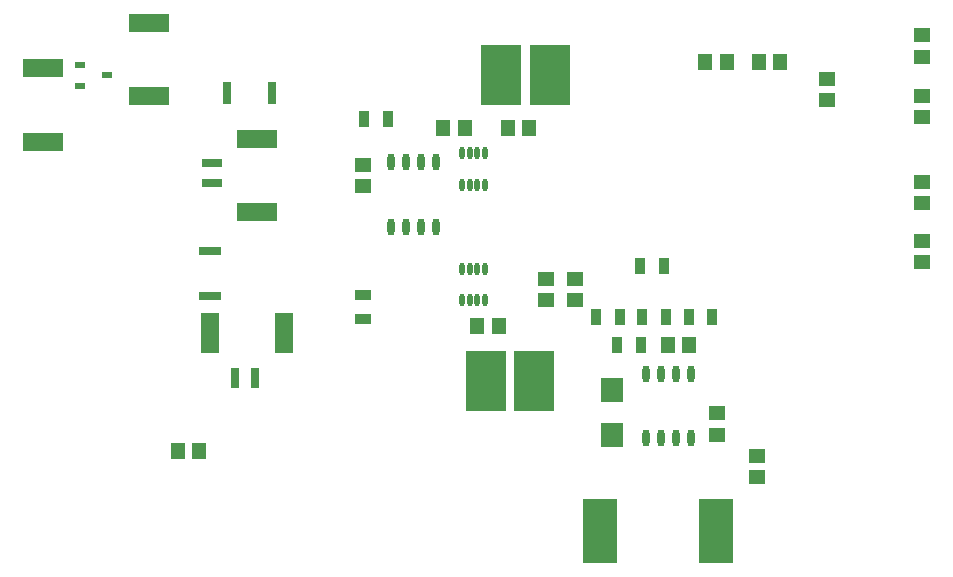
<source format=gtp>
G04 Layer_Color=8421504*
%FSLAX25Y25*%
%MOIN*%
G70*
G01*
G75*
%ADD10R,0.13386X0.06299*%
%ADD11R,0.03740X0.02362*%
%ADD12R,0.07087X0.02756*%
%ADD13R,0.02756X0.07087*%
%ADD14R,0.04528X0.05709*%
%ADD15R,0.05709X0.04528*%
%ADD16R,0.03150X0.07480*%
%ADD17R,0.07480X0.03150*%
%ADD18R,0.07480X0.07874*%
%ADD19O,0.01968X0.04134*%
%ADD20O,0.02362X0.05709*%
%ADD21R,0.11417X0.21260*%
%ADD22R,0.05512X0.03740*%
%ADD23R,0.03740X0.05512*%
%ADD24R,0.13780X0.20079*%
%ADD25R,0.06299X0.13386*%
D10*
X272441Y297244D02*
D03*
Y321654D02*
D03*
X307900Y312491D02*
D03*
Y336900D02*
D03*
X343701Y273622D02*
D03*
Y298031D02*
D03*
D11*
X293996Y319291D02*
D03*
X284744Y315748D02*
D03*
Y322835D02*
D03*
D12*
X328740Y283465D02*
D03*
Y290158D02*
D03*
D13*
X336600Y218500D02*
D03*
X343293D02*
D03*
D14*
X487943Y229600D02*
D03*
X480857D02*
D03*
X518110Y323622D02*
D03*
X511024D02*
D03*
X493307D02*
D03*
X500394D02*
D03*
X417323Y235827D02*
D03*
X424409D02*
D03*
X413098Y301681D02*
D03*
X406012D02*
D03*
X317457Y194000D02*
D03*
X324543D02*
D03*
X427357Y301800D02*
D03*
X434443D02*
D03*
D15*
X510630Y185433D02*
D03*
Y192520D02*
D03*
X497244Y206693D02*
D03*
Y199606D02*
D03*
X565354Y257087D02*
D03*
Y264173D02*
D03*
Y283858D02*
D03*
Y276772D02*
D03*
X379134Y289370D02*
D03*
Y282283D02*
D03*
X565354Y305512D02*
D03*
Y312598D02*
D03*
Y332677D02*
D03*
Y325590D02*
D03*
X449700Y244357D02*
D03*
Y251443D02*
D03*
X440200Y244457D02*
D03*
Y251543D02*
D03*
X533800Y311157D02*
D03*
Y318243D02*
D03*
D16*
X348900Y313300D02*
D03*
X333939D02*
D03*
D17*
X328300Y260700D02*
D03*
Y245739D02*
D03*
D18*
X462205Y214567D02*
D03*
Y199606D02*
D03*
D19*
X419882Y254921D02*
D03*
X417323D02*
D03*
X414764D02*
D03*
X412205D02*
D03*
X419882Y244488D02*
D03*
X417323D02*
D03*
X414764D02*
D03*
X412205D02*
D03*
X419877Y293333D02*
D03*
X417318D02*
D03*
X414759D02*
D03*
X412200D02*
D03*
X419877Y282900D02*
D03*
X417318D02*
D03*
X414759D02*
D03*
X412200D02*
D03*
D20*
X388583Y268898D02*
D03*
X393583D02*
D03*
X398583D02*
D03*
X403583D02*
D03*
X388583Y290354D02*
D03*
X393583D02*
D03*
X398583D02*
D03*
X403583D02*
D03*
X488622Y219882D02*
D03*
X483622D02*
D03*
X478622D02*
D03*
X473622D02*
D03*
X488622Y198425D02*
D03*
X483622D02*
D03*
X478622D02*
D03*
X473622D02*
D03*
D21*
X496850Y167323D02*
D03*
X458268D02*
D03*
D22*
X379300Y238163D02*
D03*
Y246037D02*
D03*
D23*
X387402Y304724D02*
D03*
X379528D02*
D03*
X471654Y255906D02*
D03*
X479528D02*
D03*
X456993Y238889D02*
D03*
X464867D02*
D03*
X463963Y229600D02*
D03*
X471837D02*
D03*
X495576Y238889D02*
D03*
X487702D02*
D03*
X472347D02*
D03*
X480221D02*
D03*
D24*
X420079Y217323D02*
D03*
X436291D02*
D03*
X425197Y319291D02*
D03*
X441409D02*
D03*
D25*
X328300Y233400D02*
D03*
X352710D02*
D03*
M02*

</source>
